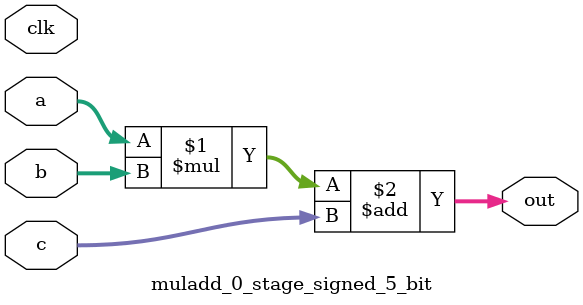
<source format=sv>
(* use_dsp = "yes" *) module muladd_0_stage_signed_5_bit(
	input signed [4:0] a,
	input signed [4:0] b,
	input signed [4:0] c,
	output [4:0] out,
	input clk);

	assign out = (a * b) + c;
endmodule

</source>
